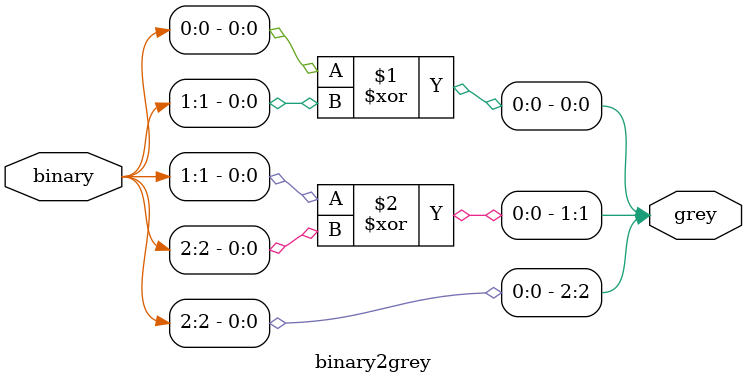
<source format=v>
module binary2grey #(parameter n=3)
  (
  input [n-1:0] binary,
  output reg [n-1:0]grey);
  genvar i;
  generate 
    for(i=0;i<n-1;i=i+1) begin
      assign grey[i]=binary[i]^binary[i+1];
    end
  endgenerate
  
  assign grey[n-1]=binary[n-1];
endmodule

</source>
